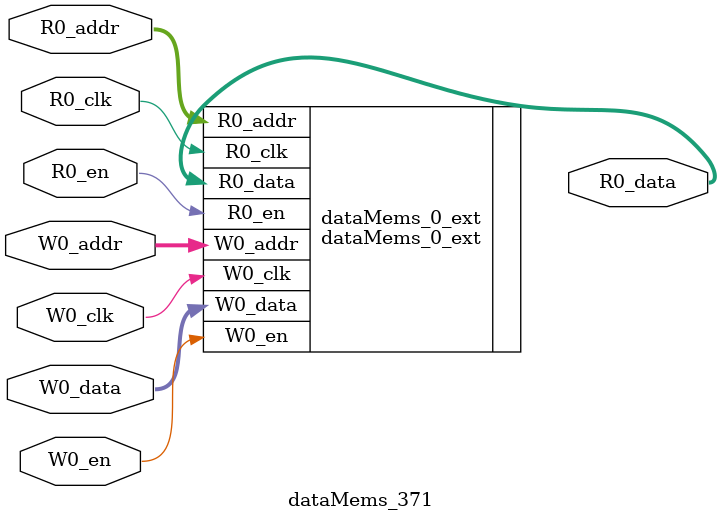
<source format=sv>
`ifndef RANDOMIZE
  `ifdef RANDOMIZE_REG_INIT
    `define RANDOMIZE
  `endif // RANDOMIZE_REG_INIT
`endif // not def RANDOMIZE
`ifndef RANDOMIZE
  `ifdef RANDOMIZE_MEM_INIT
    `define RANDOMIZE
  `endif // RANDOMIZE_MEM_INIT
`endif // not def RANDOMIZE

`ifndef RANDOM
  `define RANDOM $random
`endif // not def RANDOM

// Users can define 'PRINTF_COND' to add an extra gate to prints.
`ifndef PRINTF_COND_
  `ifdef PRINTF_COND
    `define PRINTF_COND_ (`PRINTF_COND)
  `else  // PRINTF_COND
    `define PRINTF_COND_ 1
  `endif // PRINTF_COND
`endif // not def PRINTF_COND_

// Users can define 'ASSERT_VERBOSE_COND' to add an extra gate to assert error printing.
`ifndef ASSERT_VERBOSE_COND_
  `ifdef ASSERT_VERBOSE_COND
    `define ASSERT_VERBOSE_COND_ (`ASSERT_VERBOSE_COND)
  `else  // ASSERT_VERBOSE_COND
    `define ASSERT_VERBOSE_COND_ 1
  `endif // ASSERT_VERBOSE_COND
`endif // not def ASSERT_VERBOSE_COND_

// Users can define 'STOP_COND' to add an extra gate to stop conditions.
`ifndef STOP_COND_
  `ifdef STOP_COND
    `define STOP_COND_ (`STOP_COND)
  `else  // STOP_COND
    `define STOP_COND_ 1
  `endif // STOP_COND
`endif // not def STOP_COND_

// Users can define INIT_RANDOM as general code that gets injected into the
// initializer block for modules with registers.
`ifndef INIT_RANDOM
  `define INIT_RANDOM
`endif // not def INIT_RANDOM

// If using random initialization, you can also define RANDOMIZE_DELAY to
// customize the delay used, otherwise 0.002 is used.
`ifndef RANDOMIZE_DELAY
  `define RANDOMIZE_DELAY 0.002
`endif // not def RANDOMIZE_DELAY

// Define INIT_RANDOM_PROLOG_ for use in our modules below.
`ifndef INIT_RANDOM_PROLOG_
  `ifdef RANDOMIZE
    `ifdef VERILATOR
      `define INIT_RANDOM_PROLOG_ `INIT_RANDOM
    `else  // VERILATOR
      `define INIT_RANDOM_PROLOG_ `INIT_RANDOM #`RANDOMIZE_DELAY begin end
    `endif // VERILATOR
  `else  // RANDOMIZE
    `define INIT_RANDOM_PROLOG_
  `endif // RANDOMIZE
`endif // not def INIT_RANDOM_PROLOG_

// Include register initializers in init blocks unless synthesis is set
`ifndef SYNTHESIS
  `ifndef ENABLE_INITIAL_REG_
    `define ENABLE_INITIAL_REG_
  `endif // not def ENABLE_INITIAL_REG_
`endif // not def SYNTHESIS

// Include rmemory initializers in init blocks unless synthesis is set
`ifndef SYNTHESIS
  `ifndef ENABLE_INITIAL_MEM_
    `define ENABLE_INITIAL_MEM_
  `endif // not def ENABLE_INITIAL_MEM_
`endif // not def SYNTHESIS

module dataMems_371(	// @[generators/ara/src/main/scala/UnsafeAXI4ToTL.scala:365:62]
  input  [4:0]  R0_addr,
  input         R0_en,
  input         R0_clk,
  output [66:0] R0_data,
  input  [4:0]  W0_addr,
  input         W0_en,
  input         W0_clk,
  input  [66:0] W0_data
);

  dataMems_0_ext dataMems_0_ext (	// @[generators/ara/src/main/scala/UnsafeAXI4ToTL.scala:365:62]
    .R0_addr (R0_addr),
    .R0_en   (R0_en),
    .R0_clk  (R0_clk),
    .R0_data (R0_data),
    .W0_addr (W0_addr),
    .W0_en   (W0_en),
    .W0_clk  (W0_clk),
    .W0_data (W0_data)
  );
endmodule


</source>
